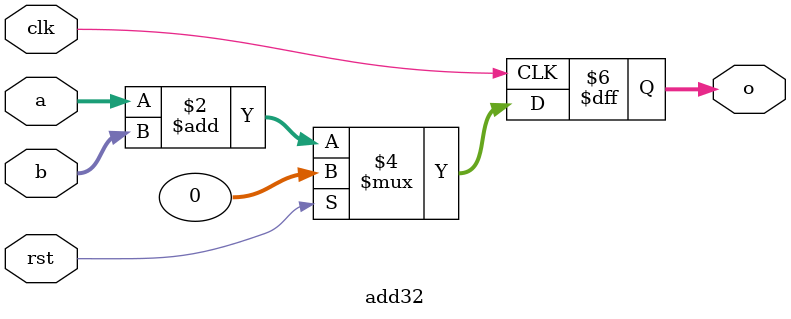
<source format=v>
module add32(
    input [31:0] a,
    input [31:0] b,
    input clk,
    input rst,
    output reg [31:0] o
);

always @ (posedge clk) begin
    if (rst)
        o <= 1'b0;
    else 
        o <= a + b;
end

endmodule
</source>
